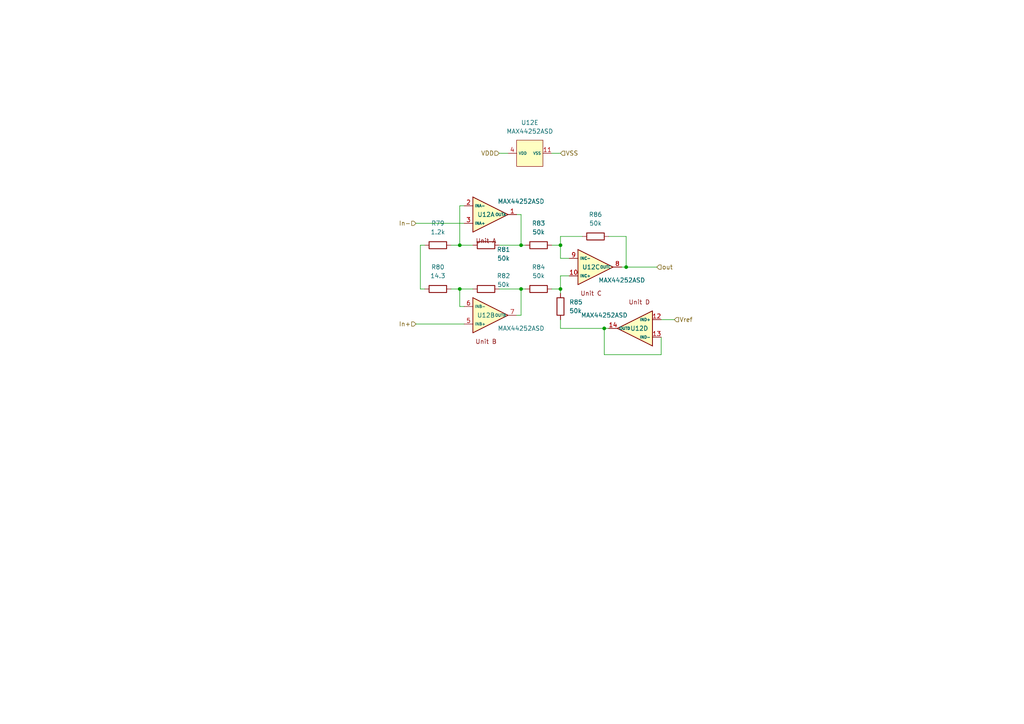
<source format=kicad_sch>
(kicad_sch (version 20211123) (generator eeschema)
  (paper "A4")
  (lib_symbols
    (symbol "Device:R" (pin_numbers hide) (pin_names (offset 0))
      (property "Reference" "R" (at 2.032 0 90))
      (property "Value" "R" (at 0 0 90))
      (symbol "R_0_1"
        (rectangle (start -1.016 -2.54) (end 1.016 2.54) (stroke (width 0.254)))
      )
      (symbol "R_1_1"
        (pin passive line (at 0 3.81 270) (length 1.27) (name "~") (number "1"))
        (pin passive line (at 0 -3.81 90) (length 1.27) (name "~") (number "2"))
      )
    )
    (symbol "MAX44252ASD_Custom:MAX44252ASD"
      (property "Reference" "U" (at 1.905 0 0))
      (property "Value" "MAX44252ASD" (at -11.43 0 0))
      (symbol "MAX44252ASD_1_1"
        (polyline (pts (xy -3.81 5.08) (xy 6.35 0) (xy -3.81 -5.08) (xy -3.81 5.08)) (stroke (width 0.254)) (fill (type background)))
        (text "Unit A" (at 0 -7.62 0) (effects (font (size 1.27 1.27))))
        (pin output line (at 8.89 0 180) (length 2.54) (name "OUTA") (number "1"))
        (pin input line (at -6.35 2.54 0) (length 2.54) (name "INA-") (number "2"))
        (pin input line (at -6.35 -2.54 0) (length 2.54) (name "INA+") (number "3"))
      )
      (symbol "MAX44252ASD_2_1"
        (polyline (pts (xy -3.81 5.08) (xy 6.35 0) (xy -3.81 -5.08) (xy -3.81 5.08)) (stroke (width 0.254)) (fill (type background)))
        (text "Unit B" (at 0 -7.62 0) (effects (font (size 1.27 1.27))))
        (pin input line (at -6.35 -2.54 0) (length 2.54) (name "INB+") (number "5"))
        (pin input line (at -6.35 2.54 0) (length 2.54) (name "INB-") (number "6"))
        (pin output line (at 8.89 0 180) (length 2.54) (name "OUTB") (number "7"))
      )
      (symbol "MAX44252ASD_3_1"
        (polyline (pts (xy -3.81 5.08) (xy 6.35 0) (xy -3.81 -5.08) (xy -3.81 5.08)) (stroke (width 0.254)) (fill (type background)))
        (text "Unit C" (at 0 -7.62 0) (effects (font (size 1.27 1.27))))
        (pin input line (at -6.35 -2.54 0) (length 2.54) (name "INC+") (number "10"))
        (pin output line (at 8.89 0 180) (length 2.54) (name "OUTC") (number "8"))
        (pin input line (at -6.35 2.54 0) (length 2.54) (name "INC-") (number "9"))
      )
      (symbol "MAX44252ASD_4_1"
        (polyline (pts (xy -3.81 5.08) (xy 6.35 0) (xy -3.81 -5.08) (xy -3.81 5.08)) (stroke (width 0.254)) (fill (type background)))
        (text "Unit D" (at 0 -7.62 0) (effects (font (size 1.27 1.27))))
        (pin input line (at -6.35 -2.54 0) (length 2.54) (name "IND+") (number "12"))
        (pin input line (at -6.35 2.54 0) (length 2.54) (name "IND-") (number "13"))
        (pin output line (at 8.89 0 180) (length 2.54) (name "OUTD") (number "14"))
      )
      (symbol "MAX44252ASD_5_1"
        (rectangle (start -3.81 3.81) (end 3.81 -3.81) (stroke (width 0.1524)) (fill (type background)))
        (pin power_in line (at 0 -6.35 90) (length 2.54) (name "VSS") (number "11"))
        (pin power_in line (at 0 6.35 270) (length 2.54) (name "VDD") (number "4"))
      )
    )
  )
  (junction (at 151.13 83.82))
  (junction (at 162.56 83.82))
  (junction (at 162.56 71.12))
  (junction (at 133.35 83.82))
  (junction (at 133.35 71.12))
  (junction (at 175.26 95.25))
  (junction (at 151.13 71.12))
  (junction (at 181.61 77.47))
  (wire (pts (xy 151.13 83.82) (xy 152.4 83.82)))
  (wire (pts (xy 120.65 93.98) (xy 134.62 93.98)))
  (wire (pts (xy 160.02 83.82) (xy 162.56 83.82)))
  (wire (pts (xy 160.02 44.45) (xy 162.56 44.45)))
  (wire (pts (xy 165.1 80.01) (xy 162.56 80.01)))
  (wire (pts (xy 151.13 71.12) (xy 152.4 71.12)))
  (wire (pts (xy 162.56 92.71) (xy 162.56 95.25)))
  (wire (pts (xy 133.35 59.69) (xy 133.35 71.12)))
  (wire (pts (xy 162.56 71.12) (xy 162.56 74.93)))
  (wire (pts (xy 137.16 83.82) (xy 133.35 83.82)))
  (wire (pts (xy 130.81 83.82) (xy 133.35 83.82)))
  (wire (pts (xy 120.65 64.77) (xy 134.62 64.77)))
  (wire (pts (xy 175.26 95.25) (xy 176.53 95.25)))
  (wire (pts (xy 162.56 68.58) (xy 162.56 71.12)))
  (wire (pts (xy 181.61 77.47) (xy 190.5 77.47)))
  (wire (pts (xy 191.77 102.87) (xy 175.26 102.87)))
  (wire (pts (xy 180.34 77.47) (xy 181.61 77.47)))
  (wire (pts (xy 181.61 68.58) (xy 181.61 77.47)))
  (wire (pts (xy 162.56 80.01) (xy 162.56 83.82)))
  (wire (pts (xy 149.86 91.44) (xy 151.13 91.44)))
  (wire (pts (xy 162.56 74.93) (xy 165.1 74.93)))
  (wire (pts (xy 133.35 71.12) (xy 137.16 71.12)))
  (wire (pts (xy 151.13 62.23) (xy 151.13 71.12)))
  (wire (pts (xy 162.56 95.25) (xy 175.26 95.25)))
  (wire (pts (xy 168.91 68.58) (xy 162.56 68.58)))
  (wire (pts (xy 144.78 83.82) (xy 151.13 83.82)))
  (wire (pts (xy 121.92 71.12) (xy 121.92 83.82)))
  (wire (pts (xy 133.35 59.69) (xy 134.62 59.69)))
  (wire (pts (xy 191.77 92.71) (xy 195.58 92.71)))
  (wire (pts (xy 151.13 83.82) (xy 151.13 91.44)))
  (wire (pts (xy 144.78 71.12) (xy 151.13 71.12)))
  (wire (pts (xy 144.78 44.45) (xy 147.32 44.45)))
  (wire (pts (xy 191.77 97.79) (xy 191.77 102.87)))
  (wire (pts (xy 160.02 71.12) (xy 162.56 71.12)))
  (wire (pts (xy 121.92 83.82) (xy 123.19 83.82)))
  (wire (pts (xy 133.35 88.9) (xy 133.35 83.82)))
  (wire (pts (xy 123.19 71.12) (xy 121.92 71.12)))
  (wire (pts (xy 149.86 62.23) (xy 151.13 62.23)))
  (wire (pts (xy 176.53 68.58) (xy 181.61 68.58)))
  (wire (pts (xy 162.56 83.82) (xy 162.56 85.09)))
  (wire (pts (xy 130.81 71.12) (xy 133.35 71.12)))
  (wire (pts (xy 134.62 88.9) (xy 133.35 88.9)))
  (wire (pts (xy 175.26 102.87) (xy 175.26 95.25)))
  (hierarchical_label "VDD" (shape input) (at 144.78 44.45 180))
  (hierarchical_label "In+" (shape input) (at 120.65 93.98 180))
  (hierarchical_label "VSS" (shape input) (at 162.56 44.45 0))
  (hierarchical_label "out" (shape input) (at 190.5 77.47 0))
  (hierarchical_label "In-" (shape input) (at 120.65 64.77 180))
  (hierarchical_label "Vref" (shape input) (at 195.58 92.71 0))
  (symbol (lib_id "Device:R") (at 162.56 88.9 180) (unit 1)
    (property "Reference" "R85" (at 165.1 87.6299 0) (effects (justify right)))
    (property "Value" "50k" (at 165.1 90.1699 0) (effects (justify right)))
    (property "Footprint" "Resistor_SMD:R_0603_1608Metric" (effects hide))
  )
  (symbol (lib_id "Device:R") (at 156.21 83.82 90) (unit 1)
    (property "Reference" "R84" (at 156.21 77.47 90))
    (property "Value" "50k" (at 156.21 80.01 90))
    (property "Footprint" "Resistor_SMD:R_0603_1608Metric" (effects hide))
  )
  (symbol (lib_id "MAX44252ASD_Custom:MAX44252ASD") (at 153.67 44.45 90) (unit 5)
    (property "Reference" "U12" (at 153.67 35.56 90))
    (property "Value" "MAX44252ASD" (at 153.67 38.1 90))
    (property "Footprint" "MAX44252ASD-:MAX44252ASD&plus_" (effects hide))
  )
  (symbol (lib_id "Device:R") (at 127 83.82 90) (unit 1)
    (property "Reference" "R80" (at 127 77.47 90))
    (property "Value" "14.3" (at 127 80.01 90))
    (property "Footprint" "Resistor_SMD:R_0603_1608Metric" (effects hide))
  )
  (symbol (lib_id "MAX44252ASD_Custom:MAX44252ASD") (at 171.45 77.47 0) (unit 3)
    (property "Reference" "U12" (at 171.45 77.47 0))
    (property "Value" "MAX44252ASD" (at 180.34 81.28 0))
    (property "Footprint" "MAX44252ASD-:MAX44252ASD&plus_" (effects hide))
  )
  (symbol (lib_id "MAX44252ASD_Custom:MAX44252ASD") (at 140.97 91.44 0) (unit 2)
    (property "Reference" "U12" (at 140.97 91.44 0))
    (property "Value" "MAX44252ASD" (at 151.13 95.25 0))
    (property "Footprint" "MAX44252ASD-:MAX44252ASD&plus_" (effects hide))
  )
  (symbol (lib_id "MAX44252ASD_Custom:MAX44252ASD") (at 140.97 62.23 0) (unit 1)
    (property "Reference" "U12" (at 140.97 62.23 0))
    (property "Value" "MAX44252ASD" (at 151.13 58.42 0))
    (property "Footprint" "MAX44252ASD-:MAX44252ASD&plus_" (effects hide))
  )
  (symbol (lib_id "MAX44252ASD_Custom:MAX44252ASD") (at 185.42 95.25 180) (unit 4)
    (property "Reference" "U12" (at 185.42 95.25 0))
    (property "Value" "MAX44252ASD" (at 175.26 91.44 0))
    (property "Footprint" "MAX44252ASD-:MAX44252ASD&plus_" (effects hide))
  )
  (symbol (lib_id "Device:R") (at 140.97 83.82 90) (unit 1)
    (property "Reference" "R82" (at 146.05 80.01 90))
    (property "Value" "50k" (at 146.05 82.55 90))
    (property "Footprint" "Resistor_SMD:R_0603_1608Metric" (effects hide))
  )
  (symbol (lib_id "Device:R") (at 127 71.12 90) (unit 1)
    (property "Reference" "R79" (at 127 64.77 90))
    (property "Value" "1.2k" (at 127 67.31 90))
    (property "Footprint" "Resistor_SMD:R_0603_1608Metric" (effects hide))
  )
  (symbol (lib_id "Device:R") (at 172.72 68.58 90) (unit 1)
    (property "Reference" "R86" (at 172.72 62.23 90))
    (property "Value" "50k" (at 172.72 64.77 90))
    (property "Footprint" "Resistor_SMD:R_0603_1608Metric" (effects hide))
  )
  (symbol (lib_id "Device:R") (at 156.21 71.12 90) (unit 1)
    (property "Reference" "R83" (at 156.21 64.77 90))
    (property "Value" "50k" (at 156.21 67.31 90))
    (property "Footprint" "Resistor_SMD:R_0603_1608Metric" (effects hide))
  )
  (symbol (lib_id "Device:R") (at 140.97 71.12 90) (unit 1)
    (property "Reference" "R81" (at 146.05 72.39 90))
    (property "Value" "50k" (at 146.05 74.93 90))
    (property "Footprint" "Resistor_SMD:R_0603_1608Metric" (effects hide))
  )
)
</source>
